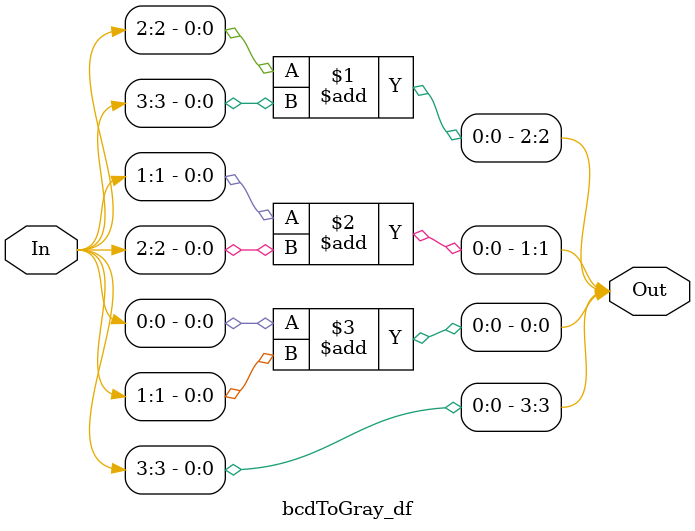
<source format=v>
module bcdToGray_df(Out, In);
  input [3:0]In;
  output [3:0]Out;
  assign Out[3] = In[3];
  genvar index;
  for(index=2;index>=0;index=index-1)
	begin
		assign Out[index] = In[index] + In[index+1];
	end
  
endmodule
</source>
